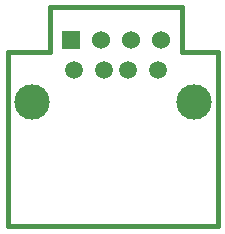
<source format=gtl>
G04 (created by PCBNEW-RS274X (2012-apr-16-27)-stable) date dim. 02 juin 2013 02:33:15 CST*
G01*
G70*
G90*
%MOIN*%
G04 Gerber Fmt 3.4, Leading zero omitted, Abs format*
%FSLAX34Y34*%
G04 APERTURE LIST*
%ADD10C,0.006000*%
%ADD11C,0.015000*%
%ADD12C,0.059100*%
%ADD13C,0.118100*%
%ADD14R,0.060000X0.060000*%
%ADD15C,0.060000*%
G04 APERTURE END LIST*
G54D10*
G54D11*
X48400Y-34400D02*
X48400Y-32900D01*
X44000Y-32900D02*
X44000Y-34400D01*
X44000Y-32900D02*
X48400Y-32900D01*
X49600Y-34400D02*
X49600Y-40200D01*
X42600Y-40200D02*
X42600Y-34400D01*
X44000Y-34400D02*
X42600Y-34400D01*
X49600Y-34400D02*
X48400Y-34400D01*
X49600Y-40200D02*
X42600Y-40200D01*
G54D12*
X47600Y-35000D03*
X46600Y-35000D03*
X45800Y-35000D03*
X44800Y-35000D03*
G54D13*
X48800Y-36050D03*
X43400Y-36050D03*
G54D14*
X44700Y-34000D03*
G54D15*
X45700Y-34000D03*
X46700Y-34000D03*
X47700Y-34000D03*
M02*

</source>
